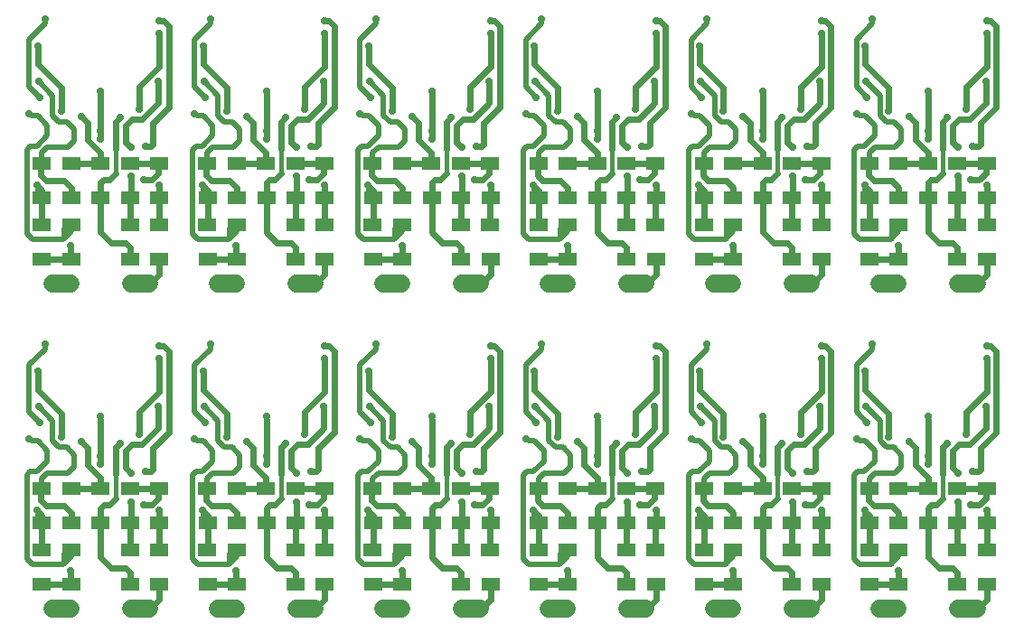
<source format=gbr>
%FSLAX34Y34*%
%MOMM*%
%LNCOPPER_BOTTOM*%
G71*
G01*
%ADD10C, 0.700*%
%ADD11C, 0.600*%
%ADD12C, 1.700*%
%ADD13R, 1.800X1.300*%
%ADD14C, 0.500*%
%ADD15C, 0.400*%
%LPD*%
X84000Y-116000D02*
G54D10*
D03*
X139000Y-50000D02*
G54D10*
D03*
X139000Y-62000D02*
G54D10*
D03*
X138000Y-107000D02*
G54D10*
D03*
X102000Y-141000D02*
G54D10*
D03*
X66000Y-140000D02*
G54D10*
D03*
X26000Y-107000D02*
G54D10*
D03*
X25000Y-74000D02*
G54D10*
D03*
X32000Y-48000D02*
G54D10*
D03*
G54D11*
X84000Y-119000D02*
X84000Y-153000D01*
G54D12*
X112500Y-296500D02*
X129500Y-296500D01*
G54D12*
X38500Y-296500D02*
X55500Y-296500D01*
X28900Y-183600D02*
G54D13*
D03*
X29000Y-216100D02*
G54D13*
D03*
X56400Y-183600D02*
G54D13*
D03*
X56500Y-216100D02*
G54D13*
D03*
X83900Y-183600D02*
G54D13*
D03*
X84000Y-216100D02*
G54D13*
D03*
X111400Y-183600D02*
G54D13*
D03*
X111500Y-216100D02*
G54D13*
D03*
X138900Y-183600D02*
G54D13*
D03*
X139000Y-216100D02*
G54D13*
D03*
X28900Y-241100D02*
G54D13*
D03*
X29000Y-273600D02*
G54D13*
D03*
X56400Y-241100D02*
G54D13*
D03*
X56500Y-273600D02*
G54D13*
D03*
X111400Y-241100D02*
G54D13*
D03*
X111500Y-273600D02*
G54D13*
D03*
X138900Y-241100D02*
G54D13*
D03*
X139000Y-273600D02*
G54D13*
D03*
G54D11*
X139000Y-288000D02*
X139000Y-273600D01*
G54D11*
X138900Y-241100D02*
X138900Y-216200D01*
X139000Y-216100D01*
G54D11*
X138900Y-183600D02*
X111400Y-183600D01*
G54D11*
X111500Y-216100D02*
X111500Y-241000D01*
X111400Y-241100D01*
G54D11*
X111500Y-273600D02*
X111500Y-262500D01*
X107000Y-258000D01*
X94000Y-258000D01*
X84000Y-248000D01*
X84000Y-216100D01*
G54D11*
X83900Y-183600D02*
X56400Y-183600D01*
G54D11*
X56500Y-216100D02*
X56500Y-206500D01*
X50000Y-200000D01*
X33000Y-200000D01*
X28000Y-195000D01*
X28000Y-184500D01*
X28900Y-183600D01*
G54D11*
X29000Y-216100D02*
X29000Y-241000D01*
X28900Y-241100D01*
G54D11*
X29000Y-273600D02*
X56500Y-273600D01*
G54D11*
X139000Y-50000D02*
X143000Y-50000D01*
X148000Y-55000D01*
X148000Y-131000D01*
X133000Y-146000D01*
X133000Y-166000D01*
X131000Y-168000D01*
X126000Y-168000D01*
X126000Y-168000D02*
G54D10*
D03*
X139000Y-204000D02*
G54D10*
D03*
G54D11*
X139000Y-204000D02*
X139000Y-216100D01*
G54D11*
X102000Y-141000D02*
X98000Y-145000D01*
X98000Y-170000D01*
X112000Y-196000D02*
G54D10*
D03*
G54D11*
X112000Y-216000D02*
X112000Y-196000D01*
X112000Y-169000D02*
G54D10*
D03*
X120000Y-133000D02*
G54D10*
D03*
X124000Y-199000D02*
G54D10*
D03*
G54D11*
X124000Y-199000D02*
X132000Y-199000D01*
X138000Y-193000D01*
X138000Y-184500D01*
X138900Y-183600D01*
G54D14*
X56400Y-241100D02*
X56400Y-247600D01*
X49000Y-255000D01*
X20000Y-255000D01*
X15000Y-250000D01*
X15000Y-171000D01*
X18000Y-168000D01*
G54D14*
X18000Y-168000D02*
X24000Y-168000D01*
X34000Y-158000D01*
X34000Y-148000D01*
X25000Y-139000D01*
X20000Y-139000D01*
X17000Y-137000D01*
G54D14*
X28900Y-183600D02*
X28900Y-174100D01*
X34000Y-169000D01*
X53000Y-169000D01*
X59000Y-163000D01*
X59000Y-152000D01*
X52000Y-145000D01*
X45000Y-145000D01*
X39000Y-139000D01*
X39000Y-120000D01*
X26000Y-107000D01*
X24500Y-204000D02*
G54D10*
D03*
G54D11*
X24000Y-204000D02*
X29000Y-209000D01*
X29000Y-216100D01*
X47000Y-135000D02*
G54D10*
D03*
X17000Y-137000D02*
G54D10*
D03*
G54D11*
X47000Y-135000D02*
X47000Y-113000D01*
X25000Y-91000D01*
X25000Y-74000D01*
G54D14*
X32000Y-48000D02*
X32000Y-53000D01*
X17000Y-68000D01*
X17000Y-112000D01*
X27000Y-122000D01*
X56000Y-261000D02*
G54D10*
D03*
G54D11*
X56000Y-261000D02*
X56000Y-273100D01*
X56500Y-273600D01*
X27000Y-122000D02*
G54D10*
D03*
X84000Y-153000D02*
G54D10*
D03*
X84000Y-161000D02*
G54D10*
D03*
G54D11*
X84000Y-153000D02*
X84000Y-161000D01*
G54D11*
X83900Y-183600D02*
X83900Y-173900D01*
X72000Y-162000D01*
X72000Y-146000D01*
X66000Y-140000D01*
G54D11*
X138000Y-107000D02*
X138000Y-127000D01*
X123000Y-142000D01*
X113000Y-142000D01*
X107000Y-148000D01*
X107000Y-164000D01*
X112000Y-169000D01*
G54D11*
X84000Y-216100D02*
X84000Y-202000D01*
X87000Y-199000D01*
X92000Y-199000D01*
X98000Y-193000D01*
G54D15*
X98000Y-193000D02*
X98000Y-170000D01*
G54D15*
X24000Y-204000D02*
X24000Y-210000D01*
X26000Y-212000D01*
G54D14*
X50000Y-245000D02*
X50000Y-254000D01*
X49000Y-255000D01*
G54D14*
X53000Y-244000D02*
X53000Y-248000D01*
G54D11*
X121000Y-296500D02*
X130500Y-296500D01*
X139000Y-288000D01*
G54D11*
X139000Y-62000D02*
X139000Y-93000D01*
X120000Y-112000D01*
X120000Y-133000D01*
X239000Y-116000D02*
G54D10*
D03*
X294000Y-50000D02*
G54D10*
D03*
X294000Y-62000D02*
G54D10*
D03*
X293000Y-107000D02*
G54D10*
D03*
X257000Y-141000D02*
G54D10*
D03*
X221000Y-140000D02*
G54D10*
D03*
X181000Y-107000D02*
G54D10*
D03*
X180000Y-74000D02*
G54D10*
D03*
X187000Y-48000D02*
G54D10*
D03*
G54D11*
X239000Y-119000D02*
X239000Y-153000D01*
G54D12*
X267500Y-296500D02*
X284500Y-296500D01*
G54D12*
X193500Y-296500D02*
X210500Y-296500D01*
X183900Y-183600D02*
G54D13*
D03*
X184000Y-216100D02*
G54D13*
D03*
X211400Y-183600D02*
G54D13*
D03*
X211500Y-216100D02*
G54D13*
D03*
X238900Y-183600D02*
G54D13*
D03*
X239000Y-216100D02*
G54D13*
D03*
X266400Y-183600D02*
G54D13*
D03*
X266500Y-216100D02*
G54D13*
D03*
X293900Y-183600D02*
G54D13*
D03*
X294000Y-216100D02*
G54D13*
D03*
X183900Y-241100D02*
G54D13*
D03*
X184000Y-273600D02*
G54D13*
D03*
X211400Y-241100D02*
G54D13*
D03*
X211500Y-273600D02*
G54D13*
D03*
X266400Y-241100D02*
G54D13*
D03*
X266500Y-273600D02*
G54D13*
D03*
X293900Y-241100D02*
G54D13*
D03*
X294000Y-273600D02*
G54D13*
D03*
G54D11*
X294000Y-288000D02*
X294000Y-273600D01*
G54D11*
X293900Y-241100D02*
X293900Y-216200D01*
X294000Y-216100D01*
G54D11*
X293900Y-183600D02*
X266400Y-183600D01*
G54D11*
X266500Y-216100D02*
X266500Y-241000D01*
X266400Y-241100D01*
G54D11*
X266500Y-273600D02*
X266500Y-262500D01*
X262000Y-258000D01*
X249000Y-258000D01*
X239000Y-248000D01*
X239000Y-216100D01*
G54D11*
X238900Y-183600D02*
X211400Y-183600D01*
G54D11*
X211500Y-216100D02*
X211500Y-206500D01*
X205000Y-200000D01*
X188000Y-200000D01*
X183000Y-195000D01*
X183000Y-184500D01*
X183900Y-183600D01*
G54D11*
X184000Y-216100D02*
X184000Y-241000D01*
X183900Y-241100D01*
G54D11*
X184000Y-273600D02*
X211500Y-273600D01*
G54D11*
X294000Y-50000D02*
X298000Y-50000D01*
X303000Y-55000D01*
X303000Y-131000D01*
X288000Y-146000D01*
X288000Y-166000D01*
X286000Y-168000D01*
X281000Y-168000D01*
X281000Y-168000D02*
G54D10*
D03*
X294000Y-204000D02*
G54D10*
D03*
G54D11*
X294000Y-204000D02*
X294000Y-216100D01*
G54D11*
X257000Y-141000D02*
X253000Y-145000D01*
X253000Y-170000D01*
X267000Y-196000D02*
G54D10*
D03*
G54D11*
X267000Y-216000D02*
X267000Y-196000D01*
X267000Y-169000D02*
G54D10*
D03*
X275000Y-133000D02*
G54D10*
D03*
X279000Y-199000D02*
G54D10*
D03*
G54D11*
X279000Y-199000D02*
X287000Y-199000D01*
X293000Y-193000D01*
X293000Y-184500D01*
X293900Y-183600D01*
G54D14*
X211400Y-241100D02*
X211400Y-247600D01*
X204000Y-255000D01*
X175000Y-255000D01*
X170000Y-250000D01*
X170000Y-171000D01*
X173000Y-168000D01*
G54D14*
X173000Y-168000D02*
X179000Y-168000D01*
X189000Y-158000D01*
X189000Y-148000D01*
X180000Y-139000D01*
X175000Y-139000D01*
X172000Y-137000D01*
G54D14*
X183900Y-183600D02*
X183900Y-174100D01*
X189000Y-169000D01*
X208000Y-169000D01*
X214000Y-163000D01*
X214000Y-152000D01*
X207000Y-145000D01*
X200000Y-145000D01*
X194000Y-139000D01*
X194000Y-120000D01*
X181000Y-107000D01*
X179500Y-204000D02*
G54D10*
D03*
G54D11*
X179000Y-204000D02*
X184000Y-209000D01*
X184000Y-216100D01*
X202000Y-135000D02*
G54D10*
D03*
X172000Y-137000D02*
G54D10*
D03*
G54D11*
X202000Y-135000D02*
X202000Y-113000D01*
X180000Y-91000D01*
X180000Y-74000D01*
G54D14*
X187000Y-48000D02*
X187000Y-53000D01*
X172000Y-68000D01*
X172000Y-112000D01*
X182000Y-122000D01*
X211000Y-261000D02*
G54D10*
D03*
G54D11*
X211000Y-261000D02*
X211000Y-273100D01*
X211500Y-273600D01*
X182000Y-122000D02*
G54D10*
D03*
X239000Y-153000D02*
G54D10*
D03*
X239000Y-161000D02*
G54D10*
D03*
G54D11*
X239000Y-153000D02*
X239000Y-161000D01*
G54D11*
X238900Y-183600D02*
X238900Y-173900D01*
X227000Y-162000D01*
X227000Y-146000D01*
X221000Y-140000D01*
G54D11*
X293000Y-107000D02*
X293000Y-127000D01*
X278000Y-142000D01*
X268000Y-142000D01*
X262000Y-148000D01*
X262000Y-164000D01*
X267000Y-169000D01*
G54D11*
X239000Y-216100D02*
X239000Y-202000D01*
X242000Y-199000D01*
X247000Y-199000D01*
X253000Y-193000D01*
G54D15*
X253000Y-193000D02*
X253000Y-170000D01*
G54D15*
X179000Y-204000D02*
X179000Y-210000D01*
X181000Y-212000D01*
G54D14*
X205000Y-245000D02*
X205000Y-254000D01*
X204000Y-255000D01*
G54D14*
X208000Y-244000D02*
X208000Y-248000D01*
G54D11*
X276000Y-296500D02*
X285500Y-296500D01*
X294000Y-288000D01*
G54D11*
X294000Y-62000D02*
X294000Y-93000D01*
X275000Y-112000D01*
X275000Y-133000D01*
X394000Y-116000D02*
G54D10*
D03*
X449000Y-50000D02*
G54D10*
D03*
X449000Y-62000D02*
G54D10*
D03*
X448000Y-107000D02*
G54D10*
D03*
X412000Y-141000D02*
G54D10*
D03*
X376000Y-140000D02*
G54D10*
D03*
X336000Y-107000D02*
G54D10*
D03*
X335000Y-74000D02*
G54D10*
D03*
X342000Y-48000D02*
G54D10*
D03*
G54D11*
X394000Y-119000D02*
X394000Y-153000D01*
G54D12*
X422500Y-296500D02*
X439500Y-296500D01*
G54D12*
X348500Y-296500D02*
X365500Y-296500D01*
X338900Y-183600D02*
G54D13*
D03*
X339000Y-216100D02*
G54D13*
D03*
X366400Y-183600D02*
G54D13*
D03*
X366500Y-216100D02*
G54D13*
D03*
X393900Y-183600D02*
G54D13*
D03*
X394000Y-216100D02*
G54D13*
D03*
X421400Y-183600D02*
G54D13*
D03*
X421500Y-216100D02*
G54D13*
D03*
X448900Y-183600D02*
G54D13*
D03*
X449000Y-216100D02*
G54D13*
D03*
X338900Y-241100D02*
G54D13*
D03*
X339000Y-273600D02*
G54D13*
D03*
X366400Y-241100D02*
G54D13*
D03*
X366500Y-273600D02*
G54D13*
D03*
X421400Y-241100D02*
G54D13*
D03*
X421500Y-273600D02*
G54D13*
D03*
X448900Y-241100D02*
G54D13*
D03*
X449000Y-273600D02*
G54D13*
D03*
G54D11*
X449000Y-288000D02*
X449000Y-273600D01*
G54D11*
X448900Y-241100D02*
X448900Y-216200D01*
X449000Y-216100D01*
G54D11*
X448900Y-183600D02*
X421400Y-183600D01*
G54D11*
X421500Y-216100D02*
X421500Y-241000D01*
X421400Y-241100D01*
G54D11*
X421500Y-273600D02*
X421500Y-262500D01*
X417000Y-258000D01*
X404000Y-258000D01*
X394000Y-248000D01*
X394000Y-216100D01*
G54D11*
X393900Y-183600D02*
X366400Y-183600D01*
G54D11*
X366500Y-216100D02*
X366500Y-206500D01*
X360000Y-200000D01*
X343000Y-200000D01*
X338000Y-195000D01*
X338000Y-184500D01*
X338900Y-183600D01*
G54D11*
X339000Y-216100D02*
X339000Y-241000D01*
X338900Y-241100D01*
G54D11*
X339000Y-273600D02*
X366500Y-273600D01*
G54D11*
X449000Y-50000D02*
X453000Y-50000D01*
X458000Y-55000D01*
X458000Y-131000D01*
X443000Y-146000D01*
X443000Y-166000D01*
X441000Y-168000D01*
X436000Y-168000D01*
X436000Y-168000D02*
G54D10*
D03*
X449000Y-204000D02*
G54D10*
D03*
G54D11*
X449000Y-204000D02*
X449000Y-216100D01*
G54D11*
X412000Y-141000D02*
X408000Y-145000D01*
X408000Y-170000D01*
X422000Y-196000D02*
G54D10*
D03*
G54D11*
X422000Y-216000D02*
X422000Y-196000D01*
X422000Y-169000D02*
G54D10*
D03*
X430000Y-133000D02*
G54D10*
D03*
X434000Y-199000D02*
G54D10*
D03*
G54D11*
X434000Y-199000D02*
X442000Y-199000D01*
X448000Y-193000D01*
X448000Y-184500D01*
X448900Y-183600D01*
G54D14*
X366400Y-241100D02*
X366400Y-247600D01*
X359000Y-255000D01*
X330000Y-255000D01*
X325000Y-250000D01*
X325000Y-171000D01*
X328000Y-168000D01*
G54D14*
X328000Y-168000D02*
X334000Y-168000D01*
X344000Y-158000D01*
X344000Y-148000D01*
X335000Y-139000D01*
X330000Y-139000D01*
X327000Y-137000D01*
G54D14*
X338900Y-183600D02*
X338900Y-174100D01*
X344000Y-169000D01*
X363000Y-169000D01*
X369000Y-163000D01*
X369000Y-152000D01*
X362000Y-145000D01*
X355000Y-145000D01*
X349000Y-139000D01*
X349000Y-120000D01*
X336000Y-107000D01*
X334500Y-204000D02*
G54D10*
D03*
G54D11*
X334000Y-204000D02*
X339000Y-209000D01*
X339000Y-216100D01*
X357000Y-135000D02*
G54D10*
D03*
X327000Y-137000D02*
G54D10*
D03*
G54D11*
X357000Y-135000D02*
X357000Y-113000D01*
X335000Y-91000D01*
X335000Y-74000D01*
G54D14*
X342000Y-48000D02*
X342000Y-53000D01*
X327000Y-68000D01*
X327000Y-112000D01*
X337000Y-122000D01*
X366000Y-261000D02*
G54D10*
D03*
G54D11*
X366000Y-261000D02*
X366000Y-273100D01*
X366500Y-273600D01*
X337000Y-122000D02*
G54D10*
D03*
X394000Y-153000D02*
G54D10*
D03*
X394000Y-161000D02*
G54D10*
D03*
G54D11*
X394000Y-153000D02*
X394000Y-161000D01*
G54D11*
X393900Y-183600D02*
X393900Y-173900D01*
X382000Y-162000D01*
X382000Y-146000D01*
X376000Y-140000D01*
G54D11*
X448000Y-107000D02*
X448000Y-127000D01*
X433000Y-142000D01*
X423000Y-142000D01*
X417000Y-148000D01*
X417000Y-164000D01*
X422000Y-169000D01*
G54D11*
X394000Y-216100D02*
X394000Y-202000D01*
X397000Y-199000D01*
X402000Y-199000D01*
X408000Y-193000D01*
G54D15*
X408000Y-193000D02*
X408000Y-170000D01*
G54D15*
X334000Y-204000D02*
X334000Y-210000D01*
X336000Y-212000D01*
G54D14*
X360000Y-245000D02*
X360000Y-254000D01*
X359000Y-255000D01*
G54D14*
X363000Y-244000D02*
X363000Y-248000D01*
G54D11*
X431000Y-296500D02*
X440500Y-296500D01*
X449000Y-288000D01*
G54D11*
X449000Y-62000D02*
X449000Y-93000D01*
X430000Y-112000D01*
X430000Y-133000D01*
X549000Y-116000D02*
G54D10*
D03*
X604000Y-50000D02*
G54D10*
D03*
X604000Y-62000D02*
G54D10*
D03*
X603000Y-107000D02*
G54D10*
D03*
X567000Y-141000D02*
G54D10*
D03*
X531000Y-140000D02*
G54D10*
D03*
X491000Y-107000D02*
G54D10*
D03*
X490000Y-74000D02*
G54D10*
D03*
X497000Y-48000D02*
G54D10*
D03*
G54D11*
X549000Y-119000D02*
X549000Y-153000D01*
G54D12*
X577500Y-296500D02*
X594500Y-296500D01*
G54D12*
X503500Y-296500D02*
X520500Y-296500D01*
X493900Y-183600D02*
G54D13*
D03*
X494000Y-216100D02*
G54D13*
D03*
X521400Y-183600D02*
G54D13*
D03*
X521500Y-216100D02*
G54D13*
D03*
X548900Y-183600D02*
G54D13*
D03*
X549000Y-216100D02*
G54D13*
D03*
X576400Y-183600D02*
G54D13*
D03*
X576500Y-216100D02*
G54D13*
D03*
X603900Y-183600D02*
G54D13*
D03*
X604000Y-216100D02*
G54D13*
D03*
X493900Y-241100D02*
G54D13*
D03*
X494000Y-273600D02*
G54D13*
D03*
X521400Y-241100D02*
G54D13*
D03*
X521500Y-273600D02*
G54D13*
D03*
X576400Y-241100D02*
G54D13*
D03*
X576500Y-273600D02*
G54D13*
D03*
X603900Y-241100D02*
G54D13*
D03*
X604000Y-273600D02*
G54D13*
D03*
G54D11*
X604000Y-288000D02*
X604000Y-273600D01*
G54D11*
X603900Y-241100D02*
X603900Y-216200D01*
X604000Y-216100D01*
G54D11*
X603900Y-183600D02*
X576400Y-183600D01*
G54D11*
X576500Y-216100D02*
X576500Y-241000D01*
X576400Y-241100D01*
G54D11*
X576500Y-273600D02*
X576500Y-262500D01*
X572000Y-258000D01*
X559000Y-258000D01*
X549000Y-248000D01*
X549000Y-216100D01*
G54D11*
X548900Y-183600D02*
X521400Y-183600D01*
G54D11*
X521500Y-216100D02*
X521500Y-206500D01*
X515000Y-200000D01*
X498000Y-200000D01*
X493000Y-195000D01*
X493000Y-184500D01*
X493900Y-183600D01*
G54D11*
X494000Y-216100D02*
X494000Y-241000D01*
X493900Y-241100D01*
G54D11*
X494000Y-273600D02*
X521500Y-273600D01*
G54D11*
X604000Y-50000D02*
X608000Y-50000D01*
X613000Y-55000D01*
X613000Y-131000D01*
X598000Y-146000D01*
X598000Y-166000D01*
X596000Y-168000D01*
X591000Y-168000D01*
X591000Y-168000D02*
G54D10*
D03*
X604000Y-204000D02*
G54D10*
D03*
G54D11*
X604000Y-204000D02*
X604000Y-216100D01*
G54D11*
X567000Y-141000D02*
X563000Y-145000D01*
X563000Y-170000D01*
X577000Y-196000D02*
G54D10*
D03*
G54D11*
X577000Y-216000D02*
X577000Y-196000D01*
X577000Y-169000D02*
G54D10*
D03*
X585000Y-133000D02*
G54D10*
D03*
X589000Y-199000D02*
G54D10*
D03*
G54D11*
X589000Y-199000D02*
X597000Y-199000D01*
X603000Y-193000D01*
X603000Y-184500D01*
X603900Y-183600D01*
G54D14*
X521400Y-241100D02*
X521400Y-247600D01*
X514000Y-255000D01*
X485000Y-255000D01*
X480000Y-250000D01*
X480000Y-171000D01*
X483000Y-168000D01*
G54D14*
X483000Y-168000D02*
X489000Y-168000D01*
X499000Y-158000D01*
X499000Y-148000D01*
X490000Y-139000D01*
X485000Y-139000D01*
X482000Y-137000D01*
G54D14*
X493900Y-183600D02*
X493900Y-174100D01*
X499000Y-169000D01*
X518000Y-169000D01*
X524000Y-163000D01*
X524000Y-152000D01*
X517000Y-145000D01*
X510000Y-145000D01*
X504000Y-139000D01*
X504000Y-120000D01*
X491000Y-107000D01*
X489500Y-204000D02*
G54D10*
D03*
G54D11*
X489000Y-204000D02*
X494000Y-209000D01*
X494000Y-216100D01*
X512000Y-135000D02*
G54D10*
D03*
X482000Y-137000D02*
G54D10*
D03*
G54D11*
X512000Y-135000D02*
X512000Y-113000D01*
X490000Y-91000D01*
X490000Y-74000D01*
G54D14*
X497000Y-48000D02*
X497000Y-53000D01*
X482000Y-68000D01*
X482000Y-112000D01*
X492000Y-122000D01*
X521000Y-261000D02*
G54D10*
D03*
G54D11*
X521000Y-261000D02*
X521000Y-273100D01*
X521500Y-273600D01*
X492000Y-122000D02*
G54D10*
D03*
X549000Y-153000D02*
G54D10*
D03*
X549000Y-161000D02*
G54D10*
D03*
G54D11*
X549000Y-153000D02*
X549000Y-161000D01*
G54D11*
X548900Y-183600D02*
X548900Y-173900D01*
X537000Y-162000D01*
X537000Y-146000D01*
X531000Y-140000D01*
G54D11*
X603000Y-107000D02*
X603000Y-127000D01*
X588000Y-142000D01*
X578000Y-142000D01*
X572000Y-148000D01*
X572000Y-164000D01*
X577000Y-169000D01*
G54D11*
X549000Y-216100D02*
X549000Y-202000D01*
X552000Y-199000D01*
X557000Y-199000D01*
X563000Y-193000D01*
G54D15*
X563000Y-193000D02*
X563000Y-170000D01*
G54D15*
X489000Y-204000D02*
X489000Y-210000D01*
X491000Y-212000D01*
G54D14*
X515000Y-245000D02*
X515000Y-254000D01*
X514000Y-255000D01*
G54D14*
X518000Y-244000D02*
X518000Y-248000D01*
G54D11*
X586000Y-296500D02*
X595500Y-296500D01*
X604000Y-288000D01*
G54D11*
X604000Y-62000D02*
X604000Y-93000D01*
X585000Y-112000D01*
X585000Y-133000D01*
X704000Y-116000D02*
G54D10*
D03*
X759000Y-50000D02*
G54D10*
D03*
X759000Y-62000D02*
G54D10*
D03*
X758000Y-107000D02*
G54D10*
D03*
X722000Y-141000D02*
G54D10*
D03*
X686000Y-140000D02*
G54D10*
D03*
X646000Y-107000D02*
G54D10*
D03*
X645000Y-74000D02*
G54D10*
D03*
X652000Y-48000D02*
G54D10*
D03*
G54D11*
X704000Y-119000D02*
X704000Y-153000D01*
G54D12*
X732500Y-296500D02*
X749500Y-296500D01*
G54D12*
X658500Y-296500D02*
X675500Y-296500D01*
X648900Y-183600D02*
G54D13*
D03*
X649000Y-216100D02*
G54D13*
D03*
X676400Y-183600D02*
G54D13*
D03*
X676500Y-216100D02*
G54D13*
D03*
X703900Y-183600D02*
G54D13*
D03*
X704000Y-216100D02*
G54D13*
D03*
X731400Y-183600D02*
G54D13*
D03*
X731500Y-216100D02*
G54D13*
D03*
X758900Y-183600D02*
G54D13*
D03*
X759000Y-216100D02*
G54D13*
D03*
X648900Y-241100D02*
G54D13*
D03*
X649000Y-273600D02*
G54D13*
D03*
X676400Y-241100D02*
G54D13*
D03*
X676500Y-273600D02*
G54D13*
D03*
X731400Y-241100D02*
G54D13*
D03*
X731500Y-273600D02*
G54D13*
D03*
X758900Y-241100D02*
G54D13*
D03*
X759000Y-273600D02*
G54D13*
D03*
G54D11*
X759000Y-288000D02*
X759000Y-273600D01*
G54D11*
X758900Y-241100D02*
X758900Y-216200D01*
X759000Y-216100D01*
G54D11*
X758900Y-183600D02*
X731400Y-183600D01*
G54D11*
X731500Y-216100D02*
X731500Y-241000D01*
X731400Y-241100D01*
G54D11*
X731500Y-273600D02*
X731500Y-262500D01*
X727000Y-258000D01*
X714000Y-258000D01*
X704000Y-248000D01*
X704000Y-216100D01*
G54D11*
X703900Y-183600D02*
X676400Y-183600D01*
G54D11*
X676500Y-216100D02*
X676500Y-206500D01*
X670000Y-200000D01*
X653000Y-200000D01*
X648000Y-195000D01*
X648000Y-184500D01*
X648900Y-183600D01*
G54D11*
X649000Y-216100D02*
X649000Y-241000D01*
X648900Y-241100D01*
G54D11*
X649000Y-273600D02*
X676500Y-273600D01*
G54D11*
X759000Y-50000D02*
X763000Y-50000D01*
X768000Y-55000D01*
X768000Y-131000D01*
X753000Y-146000D01*
X753000Y-166000D01*
X751000Y-168000D01*
X746000Y-168000D01*
X746000Y-168000D02*
G54D10*
D03*
X759000Y-204000D02*
G54D10*
D03*
G54D11*
X759000Y-204000D02*
X759000Y-216100D01*
G54D11*
X722000Y-141000D02*
X718000Y-145000D01*
X718000Y-170000D01*
X732000Y-196000D02*
G54D10*
D03*
G54D11*
X732000Y-216000D02*
X732000Y-196000D01*
X732000Y-169000D02*
G54D10*
D03*
X740000Y-133000D02*
G54D10*
D03*
X744000Y-199000D02*
G54D10*
D03*
G54D11*
X744000Y-199000D02*
X752000Y-199000D01*
X758000Y-193000D01*
X758000Y-184500D01*
X758900Y-183600D01*
G54D14*
X676400Y-241100D02*
X676400Y-247600D01*
X669000Y-255000D01*
X640000Y-255000D01*
X635000Y-250000D01*
X635000Y-171000D01*
X638000Y-168000D01*
G54D14*
X638000Y-168000D02*
X644000Y-168000D01*
X654000Y-158000D01*
X654000Y-148000D01*
X645000Y-139000D01*
X640000Y-139000D01*
X637000Y-137000D01*
G54D14*
X648900Y-183600D02*
X648900Y-174100D01*
X654000Y-169000D01*
X673000Y-169000D01*
X679000Y-163000D01*
X679000Y-152000D01*
X672000Y-145000D01*
X665000Y-145000D01*
X659000Y-139000D01*
X659000Y-120000D01*
X646000Y-107000D01*
X644500Y-204000D02*
G54D10*
D03*
G54D11*
X644000Y-204000D02*
X649000Y-209000D01*
X649000Y-216100D01*
X667000Y-135000D02*
G54D10*
D03*
X637000Y-137000D02*
G54D10*
D03*
G54D11*
X667000Y-135000D02*
X667000Y-113000D01*
X645000Y-91000D01*
X645000Y-74000D01*
G54D14*
X652000Y-48000D02*
X652000Y-53000D01*
X637000Y-68000D01*
X637000Y-112000D01*
X647000Y-122000D01*
X676000Y-261000D02*
G54D10*
D03*
G54D11*
X676000Y-261000D02*
X676000Y-273100D01*
X676500Y-273600D01*
X647000Y-122000D02*
G54D10*
D03*
X704000Y-153000D02*
G54D10*
D03*
X704000Y-161000D02*
G54D10*
D03*
G54D11*
X704000Y-153000D02*
X704000Y-161000D01*
G54D11*
X703900Y-183600D02*
X703900Y-173900D01*
X692000Y-162000D01*
X692000Y-146000D01*
X686000Y-140000D01*
G54D11*
X758000Y-107000D02*
X758000Y-127000D01*
X743000Y-142000D01*
X733000Y-142000D01*
X727000Y-148000D01*
X727000Y-164000D01*
X732000Y-169000D01*
G54D11*
X704000Y-216100D02*
X704000Y-202000D01*
X707000Y-199000D01*
X712000Y-199000D01*
X718000Y-193000D01*
G54D15*
X718000Y-193000D02*
X718000Y-170000D01*
G54D15*
X644000Y-204000D02*
X644000Y-210000D01*
X646000Y-212000D01*
G54D14*
X670000Y-245000D02*
X670000Y-254000D01*
X669000Y-255000D01*
G54D14*
X673000Y-244000D02*
X673000Y-248000D01*
G54D11*
X741000Y-296500D02*
X750500Y-296500D01*
X759000Y-288000D01*
G54D11*
X759000Y-62000D02*
X759000Y-93000D01*
X740000Y-112000D01*
X740000Y-133000D01*
X859000Y-116000D02*
G54D10*
D03*
X914000Y-50000D02*
G54D10*
D03*
X914000Y-62000D02*
G54D10*
D03*
X913000Y-107000D02*
G54D10*
D03*
X877000Y-141000D02*
G54D10*
D03*
X841000Y-140000D02*
G54D10*
D03*
X801000Y-107000D02*
G54D10*
D03*
X800000Y-74000D02*
G54D10*
D03*
X807000Y-48000D02*
G54D10*
D03*
G54D11*
X859000Y-119000D02*
X859000Y-153000D01*
G54D12*
X887500Y-296500D02*
X904500Y-296500D01*
G54D12*
X813500Y-296500D02*
X830500Y-296500D01*
X803900Y-183600D02*
G54D13*
D03*
X804000Y-216100D02*
G54D13*
D03*
X831400Y-183600D02*
G54D13*
D03*
X831500Y-216100D02*
G54D13*
D03*
X858900Y-183600D02*
G54D13*
D03*
X859000Y-216100D02*
G54D13*
D03*
X886400Y-183600D02*
G54D13*
D03*
X886500Y-216100D02*
G54D13*
D03*
X913900Y-183600D02*
G54D13*
D03*
X914000Y-216100D02*
G54D13*
D03*
X803900Y-241100D02*
G54D13*
D03*
X804000Y-273600D02*
G54D13*
D03*
X831400Y-241100D02*
G54D13*
D03*
X831500Y-273600D02*
G54D13*
D03*
X886400Y-241100D02*
G54D13*
D03*
X886500Y-273600D02*
G54D13*
D03*
X913900Y-241100D02*
G54D13*
D03*
X914000Y-273600D02*
G54D13*
D03*
G54D11*
X914000Y-288000D02*
X914000Y-273600D01*
G54D11*
X913900Y-241100D02*
X913900Y-216200D01*
X914000Y-216100D01*
G54D11*
X913900Y-183600D02*
X886400Y-183600D01*
G54D11*
X886500Y-216100D02*
X886500Y-241000D01*
X886400Y-241100D01*
G54D11*
X886500Y-273600D02*
X886500Y-262500D01*
X882000Y-258000D01*
X869000Y-258000D01*
X859000Y-248000D01*
X859000Y-216100D01*
G54D11*
X858900Y-183600D02*
X831400Y-183600D01*
G54D11*
X831500Y-216100D02*
X831500Y-206500D01*
X825000Y-200000D01*
X808000Y-200000D01*
X803000Y-195000D01*
X803000Y-184500D01*
X803900Y-183600D01*
G54D11*
X804000Y-216100D02*
X804000Y-241000D01*
X803900Y-241100D01*
G54D11*
X804000Y-273600D02*
X831500Y-273600D01*
G54D11*
X914000Y-50000D02*
X918000Y-50000D01*
X923000Y-55000D01*
X923000Y-131000D01*
X908000Y-146000D01*
X908000Y-166000D01*
X906000Y-168000D01*
X901000Y-168000D01*
X901000Y-168000D02*
G54D10*
D03*
X914000Y-204000D02*
G54D10*
D03*
G54D11*
X914000Y-204000D02*
X914000Y-216100D01*
G54D11*
X877000Y-141000D02*
X873000Y-145000D01*
X873000Y-170000D01*
X887000Y-196000D02*
G54D10*
D03*
G54D11*
X887000Y-216000D02*
X887000Y-196000D01*
X887000Y-169000D02*
G54D10*
D03*
X895000Y-133000D02*
G54D10*
D03*
X899000Y-199000D02*
G54D10*
D03*
G54D11*
X899000Y-199000D02*
X907000Y-199000D01*
X913000Y-193000D01*
X913000Y-184500D01*
X913900Y-183600D01*
G54D14*
X831400Y-241100D02*
X831400Y-247600D01*
X824000Y-255000D01*
X795000Y-255000D01*
X790000Y-250000D01*
X790000Y-171000D01*
X793000Y-168000D01*
G54D14*
X793000Y-168000D02*
X799000Y-168000D01*
X809000Y-158000D01*
X809000Y-148000D01*
X800000Y-139000D01*
X795000Y-139000D01*
X792000Y-137000D01*
G54D14*
X803900Y-183600D02*
X803900Y-174100D01*
X809000Y-169000D01*
X828000Y-169000D01*
X834000Y-163000D01*
X834000Y-152000D01*
X827000Y-145000D01*
X820000Y-145000D01*
X814000Y-139000D01*
X814000Y-120000D01*
X801000Y-107000D01*
X799500Y-204000D02*
G54D10*
D03*
G54D11*
X799000Y-204000D02*
X804000Y-209000D01*
X804000Y-216100D01*
X822000Y-135000D02*
G54D10*
D03*
X792000Y-137000D02*
G54D10*
D03*
G54D11*
X822000Y-135000D02*
X822000Y-113000D01*
X800000Y-91000D01*
X800000Y-74000D01*
G54D14*
X807000Y-48000D02*
X807000Y-53000D01*
X792000Y-68000D01*
X792000Y-112000D01*
X802000Y-122000D01*
X831000Y-261000D02*
G54D10*
D03*
G54D11*
X831000Y-261000D02*
X831000Y-273100D01*
X831500Y-273600D01*
X802000Y-122000D02*
G54D10*
D03*
X859000Y-153000D02*
G54D10*
D03*
X859000Y-161000D02*
G54D10*
D03*
G54D11*
X859000Y-153000D02*
X859000Y-161000D01*
G54D11*
X858900Y-183600D02*
X858900Y-173900D01*
X847000Y-162000D01*
X847000Y-146000D01*
X841000Y-140000D01*
G54D11*
X913000Y-107000D02*
X913000Y-127000D01*
X898000Y-142000D01*
X888000Y-142000D01*
X882000Y-148000D01*
X882000Y-164000D01*
X887000Y-169000D01*
G54D11*
X859000Y-216100D02*
X859000Y-202000D01*
X862000Y-199000D01*
X867000Y-199000D01*
X873000Y-193000D01*
G54D15*
X873000Y-193000D02*
X873000Y-170000D01*
G54D15*
X799000Y-204000D02*
X799000Y-210000D01*
X801000Y-212000D01*
G54D14*
X825000Y-245000D02*
X825000Y-254000D01*
X824000Y-255000D01*
G54D14*
X828000Y-244000D02*
X828000Y-248000D01*
G54D11*
X896000Y-296500D02*
X905500Y-296500D01*
X914000Y-288000D01*
G54D11*
X914000Y-62000D02*
X914000Y-93000D01*
X895000Y-112000D01*
X895000Y-133000D01*
X84000Y-421000D02*
G54D10*
D03*
X139000Y-355000D02*
G54D10*
D03*
X139000Y-367000D02*
G54D10*
D03*
X138000Y-412000D02*
G54D10*
D03*
X102000Y-446000D02*
G54D10*
D03*
X66000Y-445000D02*
G54D10*
D03*
X26000Y-412000D02*
G54D10*
D03*
X25000Y-379000D02*
G54D10*
D03*
X32000Y-353000D02*
G54D10*
D03*
G54D11*
X84000Y-424000D02*
X84000Y-458000D01*
G54D12*
X112500Y-601500D02*
X129500Y-601500D01*
G54D12*
X38500Y-601500D02*
X55500Y-601500D01*
X28900Y-488600D02*
G54D13*
D03*
X29000Y-521100D02*
G54D13*
D03*
X56400Y-488600D02*
G54D13*
D03*
X56500Y-521100D02*
G54D13*
D03*
X83900Y-488600D02*
G54D13*
D03*
X84000Y-521100D02*
G54D13*
D03*
X111400Y-488600D02*
G54D13*
D03*
X111500Y-521100D02*
G54D13*
D03*
X138900Y-488600D02*
G54D13*
D03*
X139000Y-521100D02*
G54D13*
D03*
X28900Y-546100D02*
G54D13*
D03*
X29000Y-578600D02*
G54D13*
D03*
X56400Y-546100D02*
G54D13*
D03*
X56500Y-578600D02*
G54D13*
D03*
X111400Y-546100D02*
G54D13*
D03*
X111500Y-578600D02*
G54D13*
D03*
X138900Y-546100D02*
G54D13*
D03*
X139000Y-578600D02*
G54D13*
D03*
G54D11*
X139000Y-593000D02*
X139000Y-578600D01*
G54D11*
X138900Y-546100D02*
X138900Y-521200D01*
X139000Y-521100D01*
G54D11*
X138900Y-488600D02*
X111400Y-488600D01*
G54D11*
X111500Y-521100D02*
X111500Y-546000D01*
X111400Y-546100D01*
G54D11*
X111500Y-578600D02*
X111500Y-567500D01*
X107000Y-563000D01*
X94000Y-563000D01*
X84000Y-553000D01*
X84000Y-521100D01*
G54D11*
X83900Y-488600D02*
X56400Y-488600D01*
G54D11*
X56500Y-521100D02*
X56500Y-511500D01*
X50000Y-505000D01*
X33000Y-505000D01*
X28000Y-500000D01*
X28000Y-489500D01*
X28900Y-488600D01*
G54D11*
X29000Y-521100D02*
X29000Y-546000D01*
X28900Y-546100D01*
G54D11*
X29000Y-578600D02*
X56500Y-578600D01*
G54D11*
X139000Y-355000D02*
X143000Y-355000D01*
X148000Y-360000D01*
X148000Y-436000D01*
X133000Y-451000D01*
X133000Y-471000D01*
X131000Y-473000D01*
X126000Y-473000D01*
X126000Y-473000D02*
G54D10*
D03*
X139000Y-509000D02*
G54D10*
D03*
G54D11*
X139000Y-509000D02*
X139000Y-521100D01*
G54D11*
X102000Y-446000D02*
X98000Y-450000D01*
X98000Y-475000D01*
X112000Y-501000D02*
G54D10*
D03*
G54D11*
X112000Y-521000D02*
X112000Y-501000D01*
X112000Y-474000D02*
G54D10*
D03*
X120000Y-438000D02*
G54D10*
D03*
X124000Y-504000D02*
G54D10*
D03*
G54D11*
X124000Y-504000D02*
X132000Y-504000D01*
X138000Y-498000D01*
X138000Y-489500D01*
X138900Y-488600D01*
G54D14*
X56400Y-546100D02*
X56400Y-552600D01*
X49000Y-560000D01*
X20000Y-560000D01*
X15000Y-555000D01*
X15000Y-476000D01*
X18000Y-473000D01*
G54D14*
X18000Y-473000D02*
X24000Y-473000D01*
X34000Y-463000D01*
X34000Y-453000D01*
X25000Y-444000D01*
X20000Y-444000D01*
X17000Y-442000D01*
G54D14*
X28900Y-488600D02*
X28900Y-479100D01*
X34000Y-474000D01*
X53000Y-474000D01*
X59000Y-468000D01*
X59000Y-457000D01*
X52000Y-450000D01*
X45000Y-450000D01*
X39000Y-444000D01*
X39000Y-425000D01*
X26000Y-412000D01*
X24500Y-509000D02*
G54D10*
D03*
G54D11*
X24000Y-509000D02*
X29000Y-514000D01*
X29000Y-521100D01*
X47000Y-440000D02*
G54D10*
D03*
X17000Y-442000D02*
G54D10*
D03*
G54D11*
X47000Y-440000D02*
X47000Y-418000D01*
X25000Y-396000D01*
X25000Y-379000D01*
G54D14*
X32000Y-353000D02*
X32000Y-358000D01*
X17000Y-373000D01*
X17000Y-417000D01*
X27000Y-427000D01*
X56000Y-566000D02*
G54D10*
D03*
G54D11*
X56000Y-566000D02*
X56000Y-578100D01*
X56500Y-578600D01*
X27000Y-427000D02*
G54D10*
D03*
X84000Y-458000D02*
G54D10*
D03*
X84000Y-466000D02*
G54D10*
D03*
G54D11*
X84000Y-458000D02*
X84000Y-466000D01*
G54D11*
X83900Y-488600D02*
X83900Y-478900D01*
X72000Y-467000D01*
X72000Y-451000D01*
X66000Y-445000D01*
G54D11*
X138000Y-412000D02*
X138000Y-432000D01*
X123000Y-447000D01*
X113000Y-447000D01*
X107000Y-453000D01*
X107000Y-469000D01*
X112000Y-474000D01*
G54D11*
X84000Y-521100D02*
X84000Y-507000D01*
X87000Y-504000D01*
X92000Y-504000D01*
X98000Y-498000D01*
G54D15*
X98000Y-498000D02*
X98000Y-475000D01*
G54D15*
X24000Y-509000D02*
X24000Y-515000D01*
X26000Y-517000D01*
G54D14*
X50000Y-550000D02*
X50000Y-559000D01*
X49000Y-560000D01*
G54D14*
X53000Y-549000D02*
X53000Y-553000D01*
G54D11*
X121000Y-601500D02*
X130500Y-601500D01*
X139000Y-593000D01*
G54D11*
X139000Y-367000D02*
X139000Y-398000D01*
X120000Y-417000D01*
X120000Y-438000D01*
X239000Y-421000D02*
G54D10*
D03*
X294000Y-355000D02*
G54D10*
D03*
X294000Y-367000D02*
G54D10*
D03*
X293000Y-412000D02*
G54D10*
D03*
X257000Y-446000D02*
G54D10*
D03*
X221000Y-445000D02*
G54D10*
D03*
X181000Y-412000D02*
G54D10*
D03*
X180000Y-379000D02*
G54D10*
D03*
X187000Y-353000D02*
G54D10*
D03*
G54D11*
X239000Y-424000D02*
X239000Y-458000D01*
G54D12*
X267500Y-601500D02*
X284500Y-601500D01*
G54D12*
X193500Y-601500D02*
X210500Y-601500D01*
X183900Y-488600D02*
G54D13*
D03*
X184000Y-521100D02*
G54D13*
D03*
X211400Y-488600D02*
G54D13*
D03*
X211500Y-521100D02*
G54D13*
D03*
X238900Y-488600D02*
G54D13*
D03*
X239000Y-521100D02*
G54D13*
D03*
X266400Y-488600D02*
G54D13*
D03*
X266500Y-521100D02*
G54D13*
D03*
X293900Y-488600D02*
G54D13*
D03*
X294000Y-521100D02*
G54D13*
D03*
X183900Y-546100D02*
G54D13*
D03*
X184000Y-578600D02*
G54D13*
D03*
X211400Y-546100D02*
G54D13*
D03*
X211500Y-578600D02*
G54D13*
D03*
X266400Y-546100D02*
G54D13*
D03*
X266500Y-578600D02*
G54D13*
D03*
X293900Y-546100D02*
G54D13*
D03*
X294000Y-578600D02*
G54D13*
D03*
G54D11*
X294000Y-593000D02*
X294000Y-578600D01*
G54D11*
X293900Y-546100D02*
X293900Y-521200D01*
X294000Y-521100D01*
G54D11*
X293900Y-488600D02*
X266400Y-488600D01*
G54D11*
X266500Y-521100D02*
X266500Y-546000D01*
X266400Y-546100D01*
G54D11*
X266500Y-578600D02*
X266500Y-567500D01*
X262000Y-563000D01*
X249000Y-563000D01*
X239000Y-553000D01*
X239000Y-521100D01*
G54D11*
X238900Y-488600D02*
X211400Y-488600D01*
G54D11*
X211500Y-521100D02*
X211500Y-511500D01*
X205000Y-505000D01*
X188000Y-505000D01*
X183000Y-500000D01*
X183000Y-489500D01*
X183900Y-488600D01*
G54D11*
X184000Y-521100D02*
X184000Y-546000D01*
X183900Y-546100D01*
G54D11*
X184000Y-578600D02*
X211500Y-578600D01*
G54D11*
X294000Y-355000D02*
X298000Y-355000D01*
X303000Y-360000D01*
X303000Y-436000D01*
X288000Y-451000D01*
X288000Y-471000D01*
X286000Y-473000D01*
X281000Y-473000D01*
X281000Y-473000D02*
G54D10*
D03*
X294000Y-509000D02*
G54D10*
D03*
G54D11*
X294000Y-509000D02*
X294000Y-521100D01*
G54D11*
X257000Y-446000D02*
X253000Y-450000D01*
X253000Y-475000D01*
X267000Y-501000D02*
G54D10*
D03*
G54D11*
X267000Y-521000D02*
X267000Y-501000D01*
X267000Y-474000D02*
G54D10*
D03*
X275000Y-438000D02*
G54D10*
D03*
X279000Y-504000D02*
G54D10*
D03*
G54D11*
X279000Y-504000D02*
X287000Y-504000D01*
X293000Y-498000D01*
X293000Y-489500D01*
X293900Y-488600D01*
G54D14*
X211400Y-546100D02*
X211400Y-552600D01*
X204000Y-560000D01*
X175000Y-560000D01*
X170000Y-555000D01*
X170000Y-476000D01*
X173000Y-473000D01*
G54D14*
X173000Y-473000D02*
X179000Y-473000D01*
X189000Y-463000D01*
X189000Y-453000D01*
X180000Y-444000D01*
X175000Y-444000D01*
X172000Y-442000D01*
G54D14*
X183900Y-488600D02*
X183900Y-479100D01*
X189000Y-474000D01*
X208000Y-474000D01*
X214000Y-468000D01*
X214000Y-457000D01*
X207000Y-450000D01*
X200000Y-450000D01*
X194000Y-444000D01*
X194000Y-425000D01*
X181000Y-412000D01*
X179500Y-509000D02*
G54D10*
D03*
G54D11*
X179000Y-509000D02*
X184000Y-514000D01*
X184000Y-521100D01*
X202000Y-440000D02*
G54D10*
D03*
X172000Y-442000D02*
G54D10*
D03*
G54D11*
X202000Y-440000D02*
X202000Y-418000D01*
X180000Y-396000D01*
X180000Y-379000D01*
G54D14*
X187000Y-353000D02*
X187000Y-358000D01*
X172000Y-373000D01*
X172000Y-417000D01*
X182000Y-427000D01*
X211000Y-566000D02*
G54D10*
D03*
G54D11*
X211000Y-566000D02*
X211000Y-578100D01*
X211500Y-578600D01*
X182000Y-427000D02*
G54D10*
D03*
X239000Y-458000D02*
G54D10*
D03*
X239000Y-466000D02*
G54D10*
D03*
G54D11*
X239000Y-458000D02*
X239000Y-466000D01*
G54D11*
X238900Y-488600D02*
X238900Y-478900D01*
X227000Y-467000D01*
X227000Y-451000D01*
X221000Y-445000D01*
G54D11*
X293000Y-412000D02*
X293000Y-432000D01*
X278000Y-447000D01*
X268000Y-447000D01*
X262000Y-453000D01*
X262000Y-469000D01*
X267000Y-474000D01*
G54D11*
X239000Y-521100D02*
X239000Y-507000D01*
X242000Y-504000D01*
X247000Y-504000D01*
X253000Y-498000D01*
G54D15*
X253000Y-498000D02*
X253000Y-475000D01*
G54D15*
X179000Y-509000D02*
X179000Y-515000D01*
X181000Y-517000D01*
G54D14*
X205000Y-550000D02*
X205000Y-559000D01*
X204000Y-560000D01*
G54D14*
X208000Y-549000D02*
X208000Y-553000D01*
G54D11*
X276000Y-601500D02*
X285500Y-601500D01*
X294000Y-593000D01*
G54D11*
X294000Y-367000D02*
X294000Y-398000D01*
X275000Y-417000D01*
X275000Y-438000D01*
X394000Y-421000D02*
G54D10*
D03*
X449000Y-355000D02*
G54D10*
D03*
X449000Y-367000D02*
G54D10*
D03*
X448000Y-412000D02*
G54D10*
D03*
X412000Y-446000D02*
G54D10*
D03*
X376000Y-445000D02*
G54D10*
D03*
X336000Y-412000D02*
G54D10*
D03*
X335000Y-379000D02*
G54D10*
D03*
X342000Y-353000D02*
G54D10*
D03*
G54D11*
X394000Y-424000D02*
X394000Y-458000D01*
G54D12*
X422500Y-601500D02*
X439500Y-601500D01*
G54D12*
X348500Y-601500D02*
X365500Y-601500D01*
X338900Y-488600D02*
G54D13*
D03*
X339000Y-521100D02*
G54D13*
D03*
X366400Y-488600D02*
G54D13*
D03*
X366500Y-521100D02*
G54D13*
D03*
X393900Y-488600D02*
G54D13*
D03*
X394000Y-521100D02*
G54D13*
D03*
X421400Y-488600D02*
G54D13*
D03*
X421500Y-521100D02*
G54D13*
D03*
X448900Y-488600D02*
G54D13*
D03*
X449000Y-521100D02*
G54D13*
D03*
X338900Y-546100D02*
G54D13*
D03*
X339000Y-578600D02*
G54D13*
D03*
X366400Y-546100D02*
G54D13*
D03*
X366500Y-578600D02*
G54D13*
D03*
X421400Y-546100D02*
G54D13*
D03*
X421500Y-578600D02*
G54D13*
D03*
X448900Y-546100D02*
G54D13*
D03*
X449000Y-578600D02*
G54D13*
D03*
G54D11*
X449000Y-593000D02*
X449000Y-578600D01*
G54D11*
X448900Y-546100D02*
X448900Y-521200D01*
X449000Y-521100D01*
G54D11*
X448900Y-488600D02*
X421400Y-488600D01*
G54D11*
X421500Y-521100D02*
X421500Y-546000D01*
X421400Y-546100D01*
G54D11*
X421500Y-578600D02*
X421500Y-567500D01*
X417000Y-563000D01*
X404000Y-563000D01*
X394000Y-553000D01*
X394000Y-521100D01*
G54D11*
X393900Y-488600D02*
X366400Y-488600D01*
G54D11*
X366500Y-521100D02*
X366500Y-511500D01*
X360000Y-505000D01*
X343000Y-505000D01*
X338000Y-500000D01*
X338000Y-489500D01*
X338900Y-488600D01*
G54D11*
X339000Y-521100D02*
X339000Y-546000D01*
X338900Y-546100D01*
G54D11*
X339000Y-578600D02*
X366500Y-578600D01*
G54D11*
X449000Y-355000D02*
X453000Y-355000D01*
X458000Y-360000D01*
X458000Y-436000D01*
X443000Y-451000D01*
X443000Y-471000D01*
X441000Y-473000D01*
X436000Y-473000D01*
X436000Y-473000D02*
G54D10*
D03*
X449000Y-509000D02*
G54D10*
D03*
G54D11*
X449000Y-509000D02*
X449000Y-521100D01*
G54D11*
X412000Y-446000D02*
X408000Y-450000D01*
X408000Y-475000D01*
X422000Y-501000D02*
G54D10*
D03*
G54D11*
X422000Y-521000D02*
X422000Y-501000D01*
X422000Y-474000D02*
G54D10*
D03*
X430000Y-438000D02*
G54D10*
D03*
X434000Y-504000D02*
G54D10*
D03*
G54D11*
X434000Y-504000D02*
X442000Y-504000D01*
X448000Y-498000D01*
X448000Y-489500D01*
X448900Y-488600D01*
G54D14*
X366400Y-546100D02*
X366400Y-552600D01*
X359000Y-560000D01*
X330000Y-560000D01*
X325000Y-555000D01*
X325000Y-476000D01*
X328000Y-473000D01*
G54D14*
X328000Y-473000D02*
X334000Y-473000D01*
X344000Y-463000D01*
X344000Y-453000D01*
X335000Y-444000D01*
X330000Y-444000D01*
X327000Y-442000D01*
G54D14*
X338900Y-488600D02*
X338900Y-479100D01*
X344000Y-474000D01*
X363000Y-474000D01*
X369000Y-468000D01*
X369000Y-457000D01*
X362000Y-450000D01*
X355000Y-450000D01*
X349000Y-444000D01*
X349000Y-425000D01*
X336000Y-412000D01*
X334500Y-509000D02*
G54D10*
D03*
G54D11*
X334000Y-509000D02*
X339000Y-514000D01*
X339000Y-521100D01*
X357000Y-440000D02*
G54D10*
D03*
X327000Y-442000D02*
G54D10*
D03*
G54D11*
X357000Y-440000D02*
X357000Y-418000D01*
X335000Y-396000D01*
X335000Y-379000D01*
G54D14*
X342000Y-353000D02*
X342000Y-358000D01*
X327000Y-373000D01*
X327000Y-417000D01*
X337000Y-427000D01*
X366000Y-566000D02*
G54D10*
D03*
G54D11*
X366000Y-566000D02*
X366000Y-578100D01*
X366500Y-578600D01*
X337000Y-427000D02*
G54D10*
D03*
X394000Y-458000D02*
G54D10*
D03*
X394000Y-466000D02*
G54D10*
D03*
G54D11*
X394000Y-458000D02*
X394000Y-466000D01*
G54D11*
X393900Y-488600D02*
X393900Y-478900D01*
X382000Y-467000D01*
X382000Y-451000D01*
X376000Y-445000D01*
G54D11*
X448000Y-412000D02*
X448000Y-432000D01*
X433000Y-447000D01*
X423000Y-447000D01*
X417000Y-453000D01*
X417000Y-469000D01*
X422000Y-474000D01*
G54D11*
X394000Y-521100D02*
X394000Y-507000D01*
X397000Y-504000D01*
X402000Y-504000D01*
X408000Y-498000D01*
G54D15*
X408000Y-498000D02*
X408000Y-475000D01*
G54D15*
X334000Y-509000D02*
X334000Y-515000D01*
X336000Y-517000D01*
G54D14*
X360000Y-550000D02*
X360000Y-559000D01*
X359000Y-560000D01*
G54D14*
X363000Y-549000D02*
X363000Y-553000D01*
G54D11*
X431000Y-601500D02*
X440500Y-601500D01*
X449000Y-593000D01*
G54D11*
X449000Y-367000D02*
X449000Y-398000D01*
X430000Y-417000D01*
X430000Y-438000D01*
X549000Y-421000D02*
G54D10*
D03*
X604000Y-355000D02*
G54D10*
D03*
X604000Y-367000D02*
G54D10*
D03*
X603000Y-412000D02*
G54D10*
D03*
X567000Y-446000D02*
G54D10*
D03*
X531000Y-445000D02*
G54D10*
D03*
X491000Y-412000D02*
G54D10*
D03*
X490000Y-379000D02*
G54D10*
D03*
X497000Y-353000D02*
G54D10*
D03*
G54D11*
X549000Y-424000D02*
X549000Y-458000D01*
G54D12*
X577500Y-601500D02*
X594500Y-601500D01*
G54D12*
X503500Y-601500D02*
X520500Y-601500D01*
X493900Y-488600D02*
G54D13*
D03*
X494000Y-521100D02*
G54D13*
D03*
X521400Y-488600D02*
G54D13*
D03*
X521500Y-521100D02*
G54D13*
D03*
X548900Y-488600D02*
G54D13*
D03*
X549000Y-521100D02*
G54D13*
D03*
X576400Y-488600D02*
G54D13*
D03*
X576500Y-521100D02*
G54D13*
D03*
X603900Y-488600D02*
G54D13*
D03*
X604000Y-521100D02*
G54D13*
D03*
X493900Y-546100D02*
G54D13*
D03*
X494000Y-578600D02*
G54D13*
D03*
X521400Y-546100D02*
G54D13*
D03*
X521500Y-578600D02*
G54D13*
D03*
X576400Y-546100D02*
G54D13*
D03*
X576500Y-578600D02*
G54D13*
D03*
X603900Y-546100D02*
G54D13*
D03*
X604000Y-578600D02*
G54D13*
D03*
G54D11*
X604000Y-593000D02*
X604000Y-578600D01*
G54D11*
X603900Y-546100D02*
X603900Y-521200D01*
X604000Y-521100D01*
G54D11*
X603900Y-488600D02*
X576400Y-488600D01*
G54D11*
X576500Y-521100D02*
X576500Y-546000D01*
X576400Y-546100D01*
G54D11*
X576500Y-578600D02*
X576500Y-567500D01*
X572000Y-563000D01*
X559000Y-563000D01*
X549000Y-553000D01*
X549000Y-521100D01*
G54D11*
X548900Y-488600D02*
X521400Y-488600D01*
G54D11*
X521500Y-521100D02*
X521500Y-511500D01*
X515000Y-505000D01*
X498000Y-505000D01*
X493000Y-500000D01*
X493000Y-489500D01*
X493900Y-488600D01*
G54D11*
X494000Y-521100D02*
X494000Y-546000D01*
X493900Y-546100D01*
G54D11*
X494000Y-578600D02*
X521500Y-578600D01*
G54D11*
X604000Y-355000D02*
X608000Y-355000D01*
X613000Y-360000D01*
X613000Y-436000D01*
X598000Y-451000D01*
X598000Y-471000D01*
X596000Y-473000D01*
X591000Y-473000D01*
X591000Y-473000D02*
G54D10*
D03*
X604000Y-509000D02*
G54D10*
D03*
G54D11*
X604000Y-509000D02*
X604000Y-521100D01*
G54D11*
X567000Y-446000D02*
X563000Y-450000D01*
X563000Y-475000D01*
X577000Y-501000D02*
G54D10*
D03*
G54D11*
X577000Y-521000D02*
X577000Y-501000D01*
X577000Y-474000D02*
G54D10*
D03*
X585000Y-438000D02*
G54D10*
D03*
X589000Y-504000D02*
G54D10*
D03*
G54D11*
X589000Y-504000D02*
X597000Y-504000D01*
X603000Y-498000D01*
X603000Y-489500D01*
X603900Y-488600D01*
G54D14*
X521400Y-546100D02*
X521400Y-552600D01*
X514000Y-560000D01*
X485000Y-560000D01*
X480000Y-555000D01*
X480000Y-476000D01*
X483000Y-473000D01*
G54D14*
X483000Y-473000D02*
X489000Y-473000D01*
X499000Y-463000D01*
X499000Y-453000D01*
X490000Y-444000D01*
X485000Y-444000D01*
X482000Y-442000D01*
G54D14*
X493900Y-488600D02*
X493900Y-479100D01*
X499000Y-474000D01*
X518000Y-474000D01*
X524000Y-468000D01*
X524000Y-457000D01*
X517000Y-450000D01*
X510000Y-450000D01*
X504000Y-444000D01*
X504000Y-425000D01*
X491000Y-412000D01*
X489500Y-509000D02*
G54D10*
D03*
G54D11*
X489000Y-509000D02*
X494000Y-514000D01*
X494000Y-521100D01*
X512000Y-440000D02*
G54D10*
D03*
X482000Y-442000D02*
G54D10*
D03*
G54D11*
X512000Y-440000D02*
X512000Y-418000D01*
X490000Y-396000D01*
X490000Y-379000D01*
G54D14*
X497000Y-353000D02*
X497000Y-358000D01*
X482000Y-373000D01*
X482000Y-417000D01*
X492000Y-427000D01*
X521000Y-566000D02*
G54D10*
D03*
G54D11*
X521000Y-566000D02*
X521000Y-578100D01*
X521500Y-578600D01*
X492000Y-427000D02*
G54D10*
D03*
X549000Y-458000D02*
G54D10*
D03*
X549000Y-466000D02*
G54D10*
D03*
G54D11*
X549000Y-458000D02*
X549000Y-466000D01*
G54D11*
X548900Y-488600D02*
X548900Y-478900D01*
X537000Y-467000D01*
X537000Y-451000D01*
X531000Y-445000D01*
G54D11*
X603000Y-412000D02*
X603000Y-432000D01*
X588000Y-447000D01*
X578000Y-447000D01*
X572000Y-453000D01*
X572000Y-469000D01*
X577000Y-474000D01*
G54D11*
X549000Y-521100D02*
X549000Y-507000D01*
X552000Y-504000D01*
X557000Y-504000D01*
X563000Y-498000D01*
G54D15*
X563000Y-498000D02*
X563000Y-475000D01*
G54D15*
X489000Y-509000D02*
X489000Y-515000D01*
X491000Y-517000D01*
G54D14*
X515000Y-550000D02*
X515000Y-559000D01*
X514000Y-560000D01*
G54D14*
X518000Y-549000D02*
X518000Y-553000D01*
G54D11*
X586000Y-601500D02*
X595500Y-601500D01*
X604000Y-593000D01*
G54D11*
X604000Y-367000D02*
X604000Y-398000D01*
X585000Y-417000D01*
X585000Y-438000D01*
X704000Y-421000D02*
G54D10*
D03*
X759000Y-355000D02*
G54D10*
D03*
X759000Y-367000D02*
G54D10*
D03*
X758000Y-412000D02*
G54D10*
D03*
X722000Y-446000D02*
G54D10*
D03*
X686000Y-445000D02*
G54D10*
D03*
X646000Y-412000D02*
G54D10*
D03*
X645000Y-379000D02*
G54D10*
D03*
X652000Y-353000D02*
G54D10*
D03*
G54D11*
X704000Y-424000D02*
X704000Y-458000D01*
G54D12*
X732500Y-601500D02*
X749500Y-601500D01*
G54D12*
X658500Y-601500D02*
X675500Y-601500D01*
X648900Y-488600D02*
G54D13*
D03*
X649000Y-521100D02*
G54D13*
D03*
X676400Y-488600D02*
G54D13*
D03*
X676500Y-521100D02*
G54D13*
D03*
X703900Y-488600D02*
G54D13*
D03*
X704000Y-521100D02*
G54D13*
D03*
X731400Y-488600D02*
G54D13*
D03*
X731500Y-521100D02*
G54D13*
D03*
X758900Y-488600D02*
G54D13*
D03*
X759000Y-521100D02*
G54D13*
D03*
X648900Y-546100D02*
G54D13*
D03*
X649000Y-578600D02*
G54D13*
D03*
X676400Y-546100D02*
G54D13*
D03*
X676500Y-578600D02*
G54D13*
D03*
X731400Y-546100D02*
G54D13*
D03*
X731500Y-578600D02*
G54D13*
D03*
X758900Y-546100D02*
G54D13*
D03*
X759000Y-578600D02*
G54D13*
D03*
G54D11*
X759000Y-593000D02*
X759000Y-578600D01*
G54D11*
X758900Y-546100D02*
X758900Y-521200D01*
X759000Y-521100D01*
G54D11*
X758900Y-488600D02*
X731400Y-488600D01*
G54D11*
X731500Y-521100D02*
X731500Y-546000D01*
X731400Y-546100D01*
G54D11*
X731500Y-578600D02*
X731500Y-567500D01*
X727000Y-563000D01*
X714000Y-563000D01*
X704000Y-553000D01*
X704000Y-521100D01*
G54D11*
X703900Y-488600D02*
X676400Y-488600D01*
G54D11*
X676500Y-521100D02*
X676500Y-511500D01*
X670000Y-505000D01*
X653000Y-505000D01*
X648000Y-500000D01*
X648000Y-489500D01*
X648900Y-488600D01*
G54D11*
X649000Y-521100D02*
X649000Y-546000D01*
X648900Y-546100D01*
G54D11*
X649000Y-578600D02*
X676500Y-578600D01*
G54D11*
X759000Y-355000D02*
X763000Y-355000D01*
X768000Y-360000D01*
X768000Y-436000D01*
X753000Y-451000D01*
X753000Y-471000D01*
X751000Y-473000D01*
X746000Y-473000D01*
X746000Y-473000D02*
G54D10*
D03*
X759000Y-509000D02*
G54D10*
D03*
G54D11*
X759000Y-509000D02*
X759000Y-521100D01*
G54D11*
X722000Y-446000D02*
X718000Y-450000D01*
X718000Y-475000D01*
X732000Y-501000D02*
G54D10*
D03*
G54D11*
X732000Y-521000D02*
X732000Y-501000D01*
X732000Y-474000D02*
G54D10*
D03*
X740000Y-438000D02*
G54D10*
D03*
X744000Y-504000D02*
G54D10*
D03*
G54D11*
X744000Y-504000D02*
X752000Y-504000D01*
X758000Y-498000D01*
X758000Y-489500D01*
X758900Y-488600D01*
G54D14*
X676400Y-546100D02*
X676400Y-552600D01*
X669000Y-560000D01*
X640000Y-560000D01*
X635000Y-555000D01*
X635000Y-476000D01*
X638000Y-473000D01*
G54D14*
X638000Y-473000D02*
X644000Y-473000D01*
X654000Y-463000D01*
X654000Y-453000D01*
X645000Y-444000D01*
X640000Y-444000D01*
X637000Y-442000D01*
G54D14*
X648900Y-488600D02*
X648900Y-479100D01*
X654000Y-474000D01*
X673000Y-474000D01*
X679000Y-468000D01*
X679000Y-457000D01*
X672000Y-450000D01*
X665000Y-450000D01*
X659000Y-444000D01*
X659000Y-425000D01*
X646000Y-412000D01*
X644500Y-509000D02*
G54D10*
D03*
G54D11*
X644000Y-509000D02*
X649000Y-514000D01*
X649000Y-521100D01*
X667000Y-440000D02*
G54D10*
D03*
X637000Y-442000D02*
G54D10*
D03*
G54D11*
X667000Y-440000D02*
X667000Y-418000D01*
X645000Y-396000D01*
X645000Y-379000D01*
G54D14*
X652000Y-353000D02*
X652000Y-358000D01*
X637000Y-373000D01*
X637000Y-417000D01*
X647000Y-427000D01*
X676000Y-566000D02*
G54D10*
D03*
G54D11*
X676000Y-566000D02*
X676000Y-578100D01*
X676500Y-578600D01*
X647000Y-427000D02*
G54D10*
D03*
X704000Y-458000D02*
G54D10*
D03*
X704000Y-466000D02*
G54D10*
D03*
G54D11*
X704000Y-458000D02*
X704000Y-466000D01*
G54D11*
X703900Y-488600D02*
X703900Y-478900D01*
X692000Y-467000D01*
X692000Y-451000D01*
X686000Y-445000D01*
G54D11*
X758000Y-412000D02*
X758000Y-432000D01*
X743000Y-447000D01*
X733000Y-447000D01*
X727000Y-453000D01*
X727000Y-469000D01*
X732000Y-474000D01*
G54D11*
X704000Y-521100D02*
X704000Y-507000D01*
X707000Y-504000D01*
X712000Y-504000D01*
X718000Y-498000D01*
G54D15*
X718000Y-498000D02*
X718000Y-475000D01*
G54D15*
X644000Y-509000D02*
X644000Y-515000D01*
X646000Y-517000D01*
G54D14*
X670000Y-550000D02*
X670000Y-559000D01*
X669000Y-560000D01*
G54D14*
X673000Y-549000D02*
X673000Y-553000D01*
G54D11*
X741000Y-601500D02*
X750500Y-601500D01*
X759000Y-593000D01*
G54D11*
X759000Y-367000D02*
X759000Y-398000D01*
X740000Y-417000D01*
X740000Y-438000D01*
X859000Y-421000D02*
G54D10*
D03*
X914000Y-355000D02*
G54D10*
D03*
X914000Y-367000D02*
G54D10*
D03*
X913000Y-412000D02*
G54D10*
D03*
X877000Y-446000D02*
G54D10*
D03*
X841000Y-445000D02*
G54D10*
D03*
X801000Y-412000D02*
G54D10*
D03*
X800000Y-379000D02*
G54D10*
D03*
X807000Y-353000D02*
G54D10*
D03*
G54D11*
X859000Y-424000D02*
X859000Y-458000D01*
G54D12*
X887500Y-601500D02*
X904500Y-601500D01*
G54D12*
X813500Y-601500D02*
X830500Y-601500D01*
X803900Y-488600D02*
G54D13*
D03*
X804000Y-521100D02*
G54D13*
D03*
X831400Y-488600D02*
G54D13*
D03*
X831500Y-521100D02*
G54D13*
D03*
X858900Y-488600D02*
G54D13*
D03*
X859000Y-521100D02*
G54D13*
D03*
X886400Y-488600D02*
G54D13*
D03*
X886500Y-521100D02*
G54D13*
D03*
X913900Y-488600D02*
G54D13*
D03*
X914000Y-521100D02*
G54D13*
D03*
X803900Y-546100D02*
G54D13*
D03*
X804000Y-578600D02*
G54D13*
D03*
X831400Y-546100D02*
G54D13*
D03*
X831500Y-578600D02*
G54D13*
D03*
X886400Y-546100D02*
G54D13*
D03*
X886500Y-578600D02*
G54D13*
D03*
X913900Y-546100D02*
G54D13*
D03*
X914000Y-578600D02*
G54D13*
D03*
G54D11*
X914000Y-593000D02*
X914000Y-578600D01*
G54D11*
X913900Y-546100D02*
X913900Y-521200D01*
X914000Y-521100D01*
G54D11*
X913900Y-488600D02*
X886400Y-488600D01*
G54D11*
X886500Y-521100D02*
X886500Y-546000D01*
X886400Y-546100D01*
G54D11*
X886500Y-578600D02*
X886500Y-567500D01*
X882000Y-563000D01*
X869000Y-563000D01*
X859000Y-553000D01*
X859000Y-521100D01*
G54D11*
X858900Y-488600D02*
X831400Y-488600D01*
G54D11*
X831500Y-521100D02*
X831500Y-511500D01*
X825000Y-505000D01*
X808000Y-505000D01*
X803000Y-500000D01*
X803000Y-489500D01*
X803900Y-488600D01*
G54D11*
X804000Y-521100D02*
X804000Y-546000D01*
X803900Y-546100D01*
G54D11*
X804000Y-578600D02*
X831500Y-578600D01*
G54D11*
X914000Y-355000D02*
X918000Y-355000D01*
X923000Y-360000D01*
X923000Y-436000D01*
X908000Y-451000D01*
X908000Y-471000D01*
X906000Y-473000D01*
X901000Y-473000D01*
X901000Y-473000D02*
G54D10*
D03*
X914000Y-509000D02*
G54D10*
D03*
G54D11*
X914000Y-509000D02*
X914000Y-521100D01*
G54D11*
X877000Y-446000D02*
X873000Y-450000D01*
X873000Y-475000D01*
X887000Y-501000D02*
G54D10*
D03*
G54D11*
X887000Y-521000D02*
X887000Y-501000D01*
X887000Y-474000D02*
G54D10*
D03*
X895000Y-438000D02*
G54D10*
D03*
X899000Y-504000D02*
G54D10*
D03*
G54D11*
X899000Y-504000D02*
X907000Y-504000D01*
X913000Y-498000D01*
X913000Y-489500D01*
X913900Y-488600D01*
G54D14*
X831400Y-546100D02*
X831400Y-552600D01*
X824000Y-560000D01*
X795000Y-560000D01*
X790000Y-555000D01*
X790000Y-476000D01*
X793000Y-473000D01*
G54D14*
X793000Y-473000D02*
X799000Y-473000D01*
X809000Y-463000D01*
X809000Y-453000D01*
X800000Y-444000D01*
X795000Y-444000D01*
X792000Y-442000D01*
G54D14*
X803900Y-488600D02*
X803900Y-479100D01*
X809000Y-474000D01*
X828000Y-474000D01*
X834000Y-468000D01*
X834000Y-457000D01*
X827000Y-450000D01*
X820000Y-450000D01*
X814000Y-444000D01*
X814000Y-425000D01*
X801000Y-412000D01*
X799500Y-509000D02*
G54D10*
D03*
G54D11*
X799000Y-509000D02*
X804000Y-514000D01*
X804000Y-521100D01*
X822000Y-440000D02*
G54D10*
D03*
X792000Y-442000D02*
G54D10*
D03*
G54D11*
X822000Y-440000D02*
X822000Y-418000D01*
X800000Y-396000D01*
X800000Y-379000D01*
G54D14*
X807000Y-353000D02*
X807000Y-358000D01*
X792000Y-373000D01*
X792000Y-417000D01*
X802000Y-427000D01*
X831000Y-566000D02*
G54D10*
D03*
G54D11*
X831000Y-566000D02*
X831000Y-578100D01*
X831500Y-578600D01*
X802000Y-427000D02*
G54D10*
D03*
X859000Y-458000D02*
G54D10*
D03*
X859000Y-466000D02*
G54D10*
D03*
G54D11*
X859000Y-458000D02*
X859000Y-466000D01*
G54D11*
X858900Y-488600D02*
X858900Y-478900D01*
X847000Y-467000D01*
X847000Y-451000D01*
X841000Y-445000D01*
G54D11*
X913000Y-412000D02*
X913000Y-432000D01*
X898000Y-447000D01*
X888000Y-447000D01*
X882000Y-453000D01*
X882000Y-469000D01*
X887000Y-474000D01*
G54D11*
X859000Y-521100D02*
X859000Y-507000D01*
X862000Y-504000D01*
X867000Y-504000D01*
X873000Y-498000D01*
G54D15*
X873000Y-498000D02*
X873000Y-475000D01*
G54D15*
X799000Y-509000D02*
X799000Y-515000D01*
X801000Y-517000D01*
G54D14*
X825000Y-550000D02*
X825000Y-559000D01*
X824000Y-560000D01*
G54D14*
X828000Y-549000D02*
X828000Y-553000D01*
G54D11*
X896000Y-601500D02*
X905500Y-601500D01*
X914000Y-593000D01*
G54D11*
X914000Y-367000D02*
X914000Y-398000D01*
X895000Y-417000D01*
X895000Y-438000D01*
M02*

</source>
